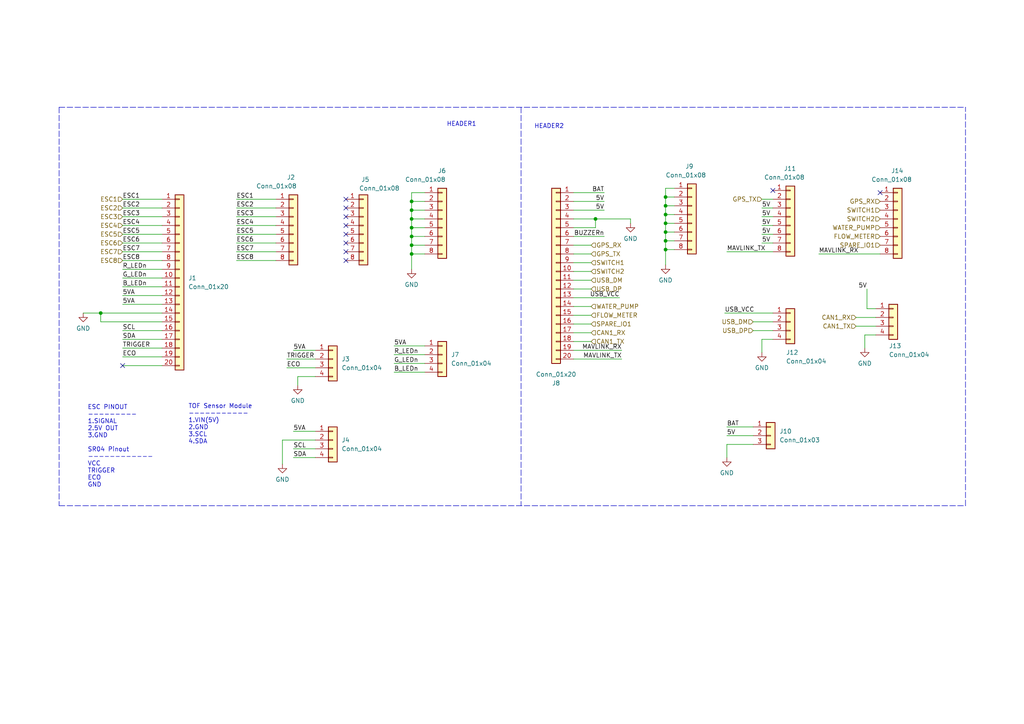
<source format=kicad_sch>
(kicad_sch (version 20211123) (generator eeschema)
  (paper "A4")
  (lib_symbols
    (symbol "Connector_Generic:Conn_01x03" (pin_names (offset 1.016) hide)
      (property "Reference" "J" (at 0 5.08 0))
      (property "Value" "Conn_01x03" (at 0 -5.08 0))
      (symbol "Conn_01x03_1_1"
        (rectangle (start -1.27 -2.413) (end 0 -2.667) (stroke (width 0.1524)))
        (rectangle (start -1.27 0.127) (end 0 -0.127) (stroke (width 0.1524)))
        (rectangle (start -1.27 2.667) (end 0 2.413) (stroke (width 0.1524)))
        (rectangle (start -1.27 3.81) (end 1.27 -3.81) (stroke (width 0.254)) (fill (type background)))
        (pin passive line (at -5.08 2.54 0) (length 3.81) (name "Pin_1") (number "1"))
        (pin passive line (at -5.08 0 0) (length 3.81) (name "Pin_2") (number "2"))
        (pin passive line (at -5.08 -2.54 0) (length 3.81) (name "Pin_3") (number "3"))
      )
    )
    (symbol "Connector_Generic:Conn_01x04" (pin_names (offset 1.016) hide)
      (property "Reference" "J" (at 0 5.08 0))
      (property "Value" "Conn_01x04" (at 0 -7.62 0))
      (symbol "Conn_01x04_1_1"
        (rectangle (start -1.27 -4.953) (end 0 -5.207) (stroke (width 0.1524)))
        (rectangle (start -1.27 -2.413) (end 0 -2.667) (stroke (width 0.1524)))
        (rectangle (start -1.27 0.127) (end 0 -0.127) (stroke (width 0.1524)))
        (rectangle (start -1.27 2.667) (end 0 2.413) (stroke (width 0.1524)))
        (rectangle (start -1.27 3.81) (end 1.27 -6.35) (stroke (width 0.254)) (fill (type background)))
        (pin passive line (at -5.08 2.54 0) (length 3.81) (name "Pin_1") (number "1"))
        (pin passive line (at -5.08 0 0) (length 3.81) (name "Pin_2") (number "2"))
        (pin passive line (at -5.08 -2.54 0) (length 3.81) (name "Pin_3") (number "3"))
        (pin passive line (at -5.08 -5.08 0) (length 3.81) (name "Pin_4") (number "4"))
      )
    )
    (symbol "Connector_Generic:Conn_01x08" (pin_names (offset 1.016) hide)
      (property "Reference" "J" (at 0 10.16 0))
      (property "Value" "Conn_01x08" (at 0 -12.7 0))
      (symbol "Conn_01x08_1_1"
        (rectangle (start -1.27 -10.033) (end 0 -10.287) (stroke (width 0.1524)))
        (rectangle (start -1.27 -7.493) (end 0 -7.747) (stroke (width 0.1524)))
        (rectangle (start -1.27 -4.953) (end 0 -5.207) (stroke (width 0.1524)))
        (rectangle (start -1.27 -2.413) (end 0 -2.667) (stroke (width 0.1524)))
        (rectangle (start -1.27 0.127) (end 0 -0.127) (stroke (width 0.1524)))
        (rectangle (start -1.27 2.667) (end 0 2.413) (stroke (width 0.1524)))
        (rectangle (start -1.27 5.207) (end 0 4.953) (stroke (width 0.1524)))
        (rectangle (start -1.27 7.747) (end 0 7.493) (stroke (width 0.1524)))
        (rectangle (start -1.27 8.89) (end 1.27 -11.43) (stroke (width 0.254)) (fill (type background)))
        (pin passive line (at -5.08 7.62 0) (length 3.81) (name "Pin_1") (number "1"))
        (pin passive line (at -5.08 5.08 0) (length 3.81) (name "Pin_2") (number "2"))
        (pin passive line (at -5.08 2.54 0) (length 3.81) (name "Pin_3") (number "3"))
        (pin passive line (at -5.08 0 0) (length 3.81) (name "Pin_4") (number "4"))
        (pin passive line (at -5.08 -2.54 0) (length 3.81) (name "Pin_5") (number "5"))
        (pin passive line (at -5.08 -5.08 0) (length 3.81) (name "Pin_6") (number "6"))
        (pin passive line (at -5.08 -7.62 0) (length 3.81) (name "Pin_7") (number "7"))
        (pin passive line (at -5.08 -10.16 0) (length 3.81) (name "Pin_8") (number "8"))
      )
    )
    (symbol "Connector_Generic:Conn_01x20" (pin_names (offset 1.016) hide)
      (property "Reference" "J" (at 0 25.4 0))
      (property "Value" "Conn_01x20" (at 0 -27.94 0))
      (symbol "Conn_01x20_1_1"
        (rectangle (start -1.27 -25.273) (end 0 -25.527) (stroke (width 0.1524)))
        (rectangle (start -1.27 -22.733) (end 0 -22.987) (stroke (width 0.1524)))
        (rectangle (start -1.27 -20.193) (end 0 -20.447) (stroke (width 0.1524)))
        (rectangle (start -1.27 -17.653) (end 0 -17.907) (stroke (width 0.1524)))
        (rectangle (start -1.27 -15.113) (end 0 -15.367) (stroke (width 0.1524)))
        (rectangle (start -1.27 -12.573) (end 0 -12.827) (stroke (width 0.1524)))
        (rectangle (start -1.27 -10.033) (end 0 -10.287) (stroke (width 0.1524)))
        (rectangle (start -1.27 -7.493) (end 0 -7.747) (stroke (width 0.1524)))
        (rectangle (start -1.27 -4.953) (end 0 -5.207) (stroke (width 0.1524)))
        (rectangle (start -1.27 -2.413) (end 0 -2.667) (stroke (width 0.1524)))
        (rectangle (start -1.27 0.127) (end 0 -0.127) (stroke (width 0.1524)))
        (rectangle (start -1.27 2.667) (end 0 2.413) (stroke (width 0.1524)))
        (rectangle (start -1.27 5.207) (end 0 4.953) (stroke (width 0.1524)))
        (rectangle (start -1.27 7.747) (end 0 7.493) (stroke (width 0.1524)))
        (rectangle (start -1.27 10.287) (end 0 10.033) (stroke (width 0.1524)))
        (rectangle (start -1.27 12.827) (end 0 12.573) (stroke (width 0.1524)))
        (rectangle (start -1.27 15.367) (end 0 15.113) (stroke (width 0.1524)))
        (rectangle (start -1.27 17.907) (end 0 17.653) (stroke (width 0.1524)))
        (rectangle (start -1.27 20.447) (end 0 20.193) (stroke (width 0.1524)))
        (rectangle (start -1.27 22.987) (end 0 22.733) (stroke (width 0.1524)))
        (rectangle (start -1.27 24.13) (end 1.27 -26.67) (stroke (width 0.254)) (fill (type background)))
        (pin passive line (at -5.08 22.86 0) (length 3.81) (name "Pin_1") (number "1"))
        (pin passive line (at -5.08 0 0) (length 3.81) (name "Pin_10") (number "10"))
        (pin passive line (at -5.08 -2.54 0) (length 3.81) (name "Pin_11") (number "11"))
        (pin passive line (at -5.08 -5.08 0) (length 3.81) (name "Pin_12") (number "12"))
        (pin passive line (at -5.08 -7.62 0) (length 3.81) (name "Pin_13") (number "13"))
        (pin passive line (at -5.08 -10.16 0) (length 3.81) (name "Pin_14") (number "14"))
        (pin passive line (at -5.08 -12.7 0) (length 3.81) (name "Pin_15") (number "15"))
        (pin passive line (at -5.08 -15.24 0) (length 3.81) (name "Pin_16") (number "16"))
        (pin passive line (at -5.08 -17.78 0) (length 3.81) (name "Pin_17") (number "17"))
        (pin passive line (at -5.08 -20.32 0) (length 3.81) (name "Pin_18") (number "18"))
        (pin passive line (at -5.08 -22.86 0) (length 3.81) (name "Pin_19") (number "19"))
        (pin passive line (at -5.08 20.32 0) (length 3.81) (name "Pin_2") (number "2"))
        (pin passive line (at -5.08 -25.4 0) (length 3.81) (name "Pin_20") (number "20"))
        (pin passive line (at -5.08 17.78 0) (length 3.81) (name "Pin_3") (number "3"))
        (pin passive line (at -5.08 15.24 0) (length 3.81) (name "Pin_4") (number "4"))
        (pin passive line (at -5.08 12.7 0) (length 3.81) (name "Pin_5") (number "5"))
        (pin passive line (at -5.08 10.16 0) (length 3.81) (name "Pin_6") (number "6"))
        (pin passive line (at -5.08 7.62 0) (length 3.81) (name "Pin_7") (number "7"))
        (pin passive line (at -5.08 5.08 0) (length 3.81) (name "Pin_8") (number "8"))
        (pin passive line (at -5.08 2.54 0) (length 3.81) (name "Pin_9") (number "9"))
      )
    )
    (symbol "power:GND" (power) (pin_names (offset 0))
      (property "Value" "GND" (at 0 -3.81 0))
      (symbol "GND_0_1"
        (polyline (pts (xy 0 0) (xy 0 -1.27) (xy 1.27 -1.27) (xy 0 -2.54) (xy -1.27 -1.27) (xy 0 -1.27)))
      )
      (symbol "GND_1_1"
        (pin power_in line (at 0 0 270) (length 0) hide (name "GND") (number "1"))
      )
    )
  )
  (junction (at 119.38 68.58))
  (junction (at 119.38 63.5))
  (junction (at 119.38 66.04))
  (junction (at 193.04 62.23))
  (junction (at 193.04 64.77))
  (junction (at 193.04 69.85))
  (junction (at 193.04 67.31))
  (junction (at 119.38 71.12))
  (junction (at 193.04 57.15))
  (junction (at 119.38 73.66))
  (junction (at 172.72 63.5))
  (junction (at 119.38 60.96))
  (junction (at 193.04 72.39))
  (junction (at 193.04 59.69))
  (junction (at 29.21 90.805))
  (junction (at 119.38 58.42))
  (no_connect (at 100.33 75.565))
  (no_connect (at 100.33 57.785))
  (no_connect (at 100.33 60.325))
  (no_connect (at 100.33 62.865))
  (no_connect (at 100.33 65.405))
  (no_connect (at 100.33 67.945))
  (no_connect (at 100.33 70.485))
  (no_connect (at 100.33 73.025))
  (no_connect (at 35.56 106.045))
  (no_connect (at 255.27 55.88))
  (no_connect (at 224.155 55.245))
  (wire (pts (xy 35.56 67.945) (xy 46.99 67.945)))
  (wire (pts (xy 166.37 88.9) (xy 171.45 88.9)))
  (wire (pts (xy 29.21 90.805) (xy 46.99 90.805)))
  (wire (pts (xy 193.04 72.39) (xy 193.04 76.835)))
  (wire (pts (xy 166.37 83.82) (xy 171.45 83.82)))
  (wire (pts (xy 220.98 67.945) (xy 224.155 67.945)))
  (wire (pts (xy 119.38 66.04) (xy 123.19 66.04)))
  (wire (pts (xy 85.09 125.095) (xy 91.44 125.095)))
  (wire (pts (xy 248.285 92.075) (xy 254 92.075)))
  (wire (pts (xy 119.38 68.58) (xy 123.19 68.58)))
  (wire (pts (xy 83.185 104.14) (xy 91.44 104.14)))
  (wire (pts (xy 210.82 73.025) (xy 224.155 73.025)))
  (wire (pts (xy 35.56 80.645) (xy 46.99 80.645)))
  (wire (pts (xy 86.36 109.22) (xy 86.36 111.76)))
  (wire (pts (xy 193.04 67.31) (xy 195.58 67.31)))
  (wire (pts (xy 166.37 76.2) (xy 171.45 76.2)))
  (wire (pts (xy 254 97.155) (xy 250.825 97.155)))
  (wire (pts (xy 166.37 60.96) (xy 175.26 60.96)))
  (wire (pts (xy 193.04 62.23) (xy 195.58 62.23)))
  (wire (pts (xy 193.04 69.85) (xy 195.58 69.85)))
  (wire (pts (xy 119.38 60.96) (xy 119.38 63.5)))
  (wire (pts (xy 114.3 105.41) (xy 123.19 105.41)))
  (wire (pts (xy 166.37 93.98) (xy 171.45 93.98)))
  (wire (pts (xy 166.37 63.5) (xy 172.72 63.5)))
  (wire (pts (xy 220.98 98.425) (xy 220.98 102.235)))
  (wire (pts (xy 35.56 95.885) (xy 46.99 95.885)))
  (wire (pts (xy 166.37 86.36) (xy 179.705 86.36)))
  (wire (pts (xy 119.38 73.66) (xy 119.38 78.105)))
  (wire (pts (xy 35.56 85.725) (xy 46.99 85.725)))
  (wire (pts (xy 210.82 123.825) (xy 218.44 123.825)))
  (wire (pts (xy 193.04 59.69) (xy 195.58 59.69)))
  (wire (pts (xy 81.915 127.635) (xy 81.915 134.62)))
  (wire (pts (xy 35.56 57.785) (xy 46.99 57.785)))
  (wire (pts (xy 166.37 55.88) (xy 175.26 55.88)))
  (wire (pts (xy 218.44 95.885) (xy 224.155 95.885)))
  (wire (pts (xy 220.98 60.325) (xy 224.155 60.325)))
  (wire (pts (xy 210.82 128.905) (xy 210.82 132.715)))
  (wire (pts (xy 29.21 90.805) (xy 29.21 93.345)))
  (wire (pts (xy 210.82 128.905) (xy 218.44 128.905)))
  (wire (pts (xy 172.72 66.04) (xy 172.72 63.5)))
  (wire (pts (xy 166.37 78.74) (xy 171.45 78.74)))
  (wire (pts (xy 114.3 102.87) (xy 123.19 102.87)))
  (wire (pts (xy 91.44 109.22) (xy 86.36 109.22)))
  (wire (pts (xy 251.46 83.82) (xy 251.46 89.535)))
  (wire (pts (xy 85.09 130.175) (xy 91.44 130.175)))
  (wire (pts (xy 35.56 62.865) (xy 46.99 62.865)))
  (wire (pts (xy 166.37 104.14) (xy 180.34 104.14)))
  (polyline (pts (xy 17.145 31.115) (xy 280.035 31.115)))
  (wire (pts (xy 35.56 70.485) (xy 46.99 70.485)))
  (wire (pts (xy 193.04 64.77) (xy 193.04 67.31)))
  (wire (pts (xy 250.825 97.155) (xy 250.825 100.965)))
  (polyline (pts (xy 151.13 31.115) (xy 151.13 146.685)))
  (wire (pts (xy 166.37 66.04) (xy 172.72 66.04)))
  (wire (pts (xy 68.58 73.025) (xy 80.01 73.025)))
  (wire (pts (xy 166.37 73.66) (xy 171.45 73.66)))
  (wire (pts (xy 166.37 71.12) (xy 171.45 71.12)))
  (wire (pts (xy 193.04 72.39) (xy 195.58 72.39)))
  (wire (pts (xy 193.04 64.77) (xy 195.58 64.77)))
  (polyline (pts (xy 280.035 146.685) (xy 280.035 31.115)))
  (wire (pts (xy 119.38 63.5) (xy 119.38 66.04)))
  (wire (pts (xy 119.38 71.12) (xy 119.38 73.66)))
  (wire (pts (xy 166.37 68.58) (xy 175.26 68.58)))
  (wire (pts (xy 119.38 68.58) (xy 119.38 71.12)))
  (wire (pts (xy 166.37 91.44) (xy 171.45 91.44)))
  (wire (pts (xy 68.58 57.785) (xy 80.01 57.785)))
  (wire (pts (xy 35.56 73.025) (xy 46.99 73.025)))
  (wire (pts (xy 35.56 88.265) (xy 46.99 88.265)))
  (wire (pts (xy 119.38 71.12) (xy 123.19 71.12)))
  (wire (pts (xy 35.56 60.325) (xy 46.99 60.325)))
  (wire (pts (xy 81.915 127.635) (xy 91.44 127.635)))
  (wire (pts (xy 35.56 65.405) (xy 46.99 65.405)))
  (wire (pts (xy 119.38 58.42) (xy 123.19 58.42)))
  (wire (pts (xy 224.155 98.425) (xy 220.98 98.425)))
  (wire (pts (xy 193.04 69.85) (xy 193.04 72.39)))
  (wire (pts (xy 35.56 78.105) (xy 46.99 78.105)))
  (wire (pts (xy 210.82 126.365) (xy 218.44 126.365)))
  (wire (pts (xy 24.13 90.805) (xy 29.21 90.805)))
  (wire (pts (xy 193.04 59.69) (xy 193.04 62.23)))
  (wire (pts (xy 35.56 106.045) (xy 46.99 106.045)))
  (wire (pts (xy 35.56 103.505) (xy 46.99 103.505)))
  (wire (pts (xy 220.98 70.485) (xy 224.155 70.485)))
  (wire (pts (xy 35.56 75.565) (xy 46.99 75.565)))
  (wire (pts (xy 119.38 60.96) (xy 123.19 60.96)))
  (wire (pts (xy 182.88 63.5) (xy 182.88 64.77)))
  (wire (pts (xy 68.58 62.865) (xy 80.01 62.865)))
  (wire (pts (xy 193.04 54.61) (xy 193.04 57.15)))
  (wire (pts (xy 29.21 93.345) (xy 46.99 93.345)))
  (wire (pts (xy 85.09 132.715) (xy 91.44 132.715)))
  (wire (pts (xy 68.58 75.565) (xy 80.01 75.565)))
  (polyline (pts (xy 17.145 146.685) (xy 280.035 146.685)))
  (wire (pts (xy 114.3 107.95) (xy 123.19 107.95)))
  (wire (pts (xy 237.49 73.66) (xy 255.27 73.66)))
  (wire (pts (xy 123.19 55.88) (xy 119.38 55.88)))
  (wire (pts (xy 220.98 65.405) (xy 224.155 65.405)))
  (wire (pts (xy 83.185 106.68) (xy 91.44 106.68)))
  (wire (pts (xy 35.56 98.425) (xy 46.99 98.425)))
  (wire (pts (xy 172.72 63.5) (xy 182.88 63.5)))
  (wire (pts (xy 119.38 63.5) (xy 123.19 63.5)))
  (wire (pts (xy 119.38 66.04) (xy 119.38 68.58)))
  (wire (pts (xy 193.04 67.31) (xy 193.04 69.85)))
  (wire (pts (xy 193.04 57.15) (xy 193.04 59.69)))
  (wire (pts (xy 220.98 57.785) (xy 224.155 57.785)))
  (wire (pts (xy 193.04 57.15) (xy 195.58 57.15)))
  (wire (pts (xy 166.37 81.28) (xy 171.45 81.28)))
  (wire (pts (xy 210.185 90.805) (xy 224.155 90.805)))
  (wire (pts (xy 166.37 58.42) (xy 175.26 58.42)))
  (wire (pts (xy 35.56 83.185) (xy 46.99 83.185)))
  (wire (pts (xy 68.58 60.325) (xy 80.01 60.325)))
  (wire (pts (xy 68.58 65.405) (xy 80.01 65.405)))
  (wire (pts (xy 166.37 99.06) (xy 171.45 99.06)))
  (wire (pts (xy 119.38 73.66) (xy 123.19 73.66)))
  (wire (pts (xy 220.98 62.865) (xy 224.155 62.865)))
  (wire (pts (xy 119.38 58.42) (xy 119.38 60.96)))
  (wire (pts (xy 68.58 70.485) (xy 80.01 70.485)))
  (wire (pts (xy 68.58 67.945) (xy 80.01 67.945)))
  (polyline (pts (xy 17.145 31.115) (xy 17.145 146.685)))
  (wire (pts (xy 248.285 94.615) (xy 254 94.615)))
  (wire (pts (xy 166.37 96.52) (xy 171.45 96.52)))
  (wire (pts (xy 218.44 93.345) (xy 224.155 93.345)))
  (wire (pts (xy 195.58 54.61) (xy 193.04 54.61)))
  (wire (pts (xy 254 89.535) (xy 251.46 89.535)))
  (wire (pts (xy 114.3 100.33) (xy 123.19 100.33)))
  (wire (pts (xy 119.38 55.88) (xy 119.38 58.42)))
  (wire (pts (xy 35.56 100.965) (xy 46.99 100.965)))
  (wire (pts (xy 193.04 62.23) (xy 193.04 64.77)))
  (wire (pts (xy 85.09 101.6) (xy 91.44 101.6)))
  (wire (pts (xy 166.37 101.6) (xy 180.34 101.6)))
  (text "HEADER2\n" (at 154.94 37.465 0) (effects (font (size 1.27 1.27)) (justify left bottom)))
  (text "ESC PINOUT\n---------\n1.SIGNAL\n2.5V OUT\n3.GND\n\nSR04 Pinout\n------------\nVCC\nTRIGGER\nECO\nGND\n\n" (at 25.4 143.51 0) (effects (font (size 1.27 1.27)) (justify left bottom)))
  (text "HEADER1" (at 129.54 36.83 0) (effects (font (size 1.27 1.27)) (justify left bottom)))
  (text "TOF Sensor Module\n-----------\n1.VIN(5V)\n2.GND\n3.SCL\n4.SDA" (at 54.61 128.905 0) (effects (font (size 1.27 1.27)) (justify left bottom)))
  (label "5V" (at 220.98 70.485 0))
  (label "ECO" (at 83.185 106.68 0))
  (label "SCL" (at 85.09 130.175 0))
  (label "5VA" (at 35.56 85.725 0))
  (label "SCL" (at 35.56 95.885 0))
  (label "MAVLINK_TX" (at 180.34 104.14 180))
  (label "ESC2" (at 35.56 60.325 0))
  (label "G_LEDn" (at 35.56 80.645 0))
  (label "5VA" (at 35.56 88.265 0))
  (label "MAVLINK_TX" (at 210.82 73.025 0))
  (label "5V" (at 175.26 60.96 180))
  (label "TRIGGER" (at 83.185 104.14 0))
  (label "ESC8" (at 35.56 75.565 0))
  (label "SDA" (at 35.56 98.425 0))
  (label "ESC6" (at 35.56 70.485 0))
  (label "5V" (at 220.98 60.325 0))
  (label "5VA" (at 85.09 101.6 0))
  (label "G_LEDn" (at 114.3 105.41 0))
  (label "TRIGGER" (at 35.56 100.965 0))
  (label "ECO" (at 35.56 103.505 0))
  (label "R_LEDn" (at 35.56 78.105 0))
  (label "MAVLINK_RX" (at 180.34 101.6 180))
  (label "B_LEDn" (at 35.56 83.185 0))
  (label "5V" (at 220.98 62.865 0))
  (label "SDA" (at 85.09 132.715 0))
  (label "ESC1" (at 35.56 57.785 0))
  (label "ESC7" (at 68.58 73.025 0))
  (label "ESC6" (at 68.58 70.485 0))
  (label "ESC5" (at 35.56 67.945 0))
  (label "USB_VCC" (at 210.185 90.805 0))
  (label "5VA" (at 114.3 100.33 0))
  (label "MAVLINK_RX" (at 237.49 73.66 0))
  (label "ESC8" (at 68.58 75.565 0))
  (label "USB_VCC" (at 179.705 86.36 180))
  (label "5V" (at 210.82 126.365 0))
  (label "5VA" (at 85.09 125.095 0))
  (label "ESC3" (at 35.56 62.865 0))
  (label "ESC4" (at 68.58 65.405 0))
  (label "BAT" (at 210.82 123.825 0))
  (label "ESC7" (at 35.56 73.025 0))
  (label "ESC3" (at 68.58 62.865 0))
  (label "5V" (at 251.46 83.82 180))
  (label "ESC2" (at 68.58 60.325 0))
  (label "B_LEDn" (at 114.3 107.95 0))
  (label "BAT" (at 175.26 55.88 180))
  (label "5V" (at 175.26 58.42 180))
  (label "5V" (at 220.98 65.405 0))
  (label "5V" (at 220.98 67.945 0))
  (label "BUZZERn" (at 175.26 68.58 180))
  (label "ESC1" (at 68.58 57.785 0))
  (label "ESC4" (at 35.56 65.405 0))
  (label "R_LEDn" (at 114.3 102.87 0))
  (label "ESC5" (at 68.58 67.945 0))
  (hierarchical_label "CAN1_RX" (shape input) (at 248.285 92.075 180))
  (hierarchical_label "WATER_PUMP" (shape input) (at 171.45 88.9 0))
  (hierarchical_label "USB_DP" (shape input) (at 171.45 83.82 0))
  (hierarchical_label "ESC8" (shape input) (at 35.56 75.565 180))
  (hierarchical_label "ESC7" (shape input) (at 35.56 73.025 180))
  (hierarchical_label "CAN1_TX" (shape input) (at 171.45 99.06 0))
  (hierarchical_label "USB_DM" (shape input) (at 171.45 81.28 0))
  (hierarchical_label "GPS_TX" (shape input) (at 171.45 73.66 0))
  (hierarchical_label "SWITCH2" (shape input) (at 255.27 63.5 180))
  (hierarchical_label "SWITCH1" (shape input) (at 171.45 76.2 0))
  (hierarchical_label "WATER_PUMP" (shape input) (at 255.27 66.04 180))
  (hierarchical_label "ESC2" (shape input) (at 35.56 60.325 180))
  (hierarchical_label "SPARE_IO1" (shape input) (at 171.45 93.98 0))
  (hierarchical_label "ESC4" (shape input) (at 35.56 65.405 180))
  (hierarchical_label "SWITCH2" (shape input) (at 171.45 78.74 0))
  (hierarchical_label "SPARE_IO1" (shape input) (at 255.27 71.12 180))
  (hierarchical_label "ESC3" (shape input) (at 35.56 62.865 180))
  (hierarchical_label "CAN1_RX" (shape input) (at 171.45 96.52 0))
  (hierarchical_label "USB_DP" (shape input) (at 218.44 95.885 180))
  (hierarchical_label "GPS_RX" (shape input) (at 171.45 71.12 0))
  (hierarchical_label "SWITCH1" (shape input) (at 255.27 60.96 180))
  (hierarchical_label "FLOW_METER" (shape input) (at 255.27 68.58 180))
  (hierarchical_label "GPS_TX" (shape input) (at 220.98 57.785 180))
  (hierarchical_label "FLOW_METER" (shape input) (at 171.45 91.44 0))
  (hierarchical_label "ESC6" (shape input) (at 35.56 70.485 180))
  (hierarchical_label "USB_DM" (shape input) (at 218.44 93.345 180))
  (hierarchical_label "ESC1" (shape input) (at 35.56 57.785 180))
  (hierarchical_label "GPS_RX" (shape input) (at 255.27 58.42 180))
  (hierarchical_label "CAN1_TX" (shape input) (at 248.285 94.615 180))
  (hierarchical_label "ESC5" (shape input) (at 35.56 67.945 180))
  (symbol (lib_id "Connector_Generic:Conn_01x04") (at 96.52 127.635 0) (unit 1)
    (property "Reference" "J4" (at 99.06 127.6349 0) (effects (justify left)))
    (property "Value" "Conn_01x04" (at 99.06 130.1749 0) (effects (justify left)))
    (property "Footprint" "Connector_PinHeader_2.54mm:PinHeader_1x04_P2.54mm_Vertical" (effects hide))
  )
  (symbol (lib_id "Connector_Generic:Conn_01x08") (at 85.09 65.405 0) (unit 1)
    (property "Reference" "J2" (at 83.185 51.435 0) (effects (justify left)))
    (property "Value" "Conn_01x08" (at 74.295 53.975 0) (effects (justify left)))
    (property "Footprint" "Connector_PinHeader_2.54mm:PinHeader_1x08_P2.54mm_Vertical" (effects hide))
  )
  (symbol (lib_id "Connector_Generic:Conn_01x04") (at 128.27 102.87 0) (unit 1)
    (property "Reference" "J7" (at 130.81 102.8699 0) (effects (justify left)))
    (property "Value" "Conn_01x04" (at 130.81 105.4099 0) (effects (justify left)))
    (property "Footprint" "Connector_PinHeader_2.54mm:PinHeader_1x04_P2.54mm_Vertical" (effects hide))
  )
  (symbol (lib_id "power:GND") (at 210.82 132.715 0) (unit 1)
    (property "Reference" "#PWR07" (effects hide))
    (property "Value" "GND" (at 210.82 137.16 0))
  )
  (symbol (lib_id "power:GND") (at 81.915 134.62 0) (unit 1)
    (property "Reference" "#PWR02" (effects hide))
    (property "Value" "GND" (at 81.915 139.065 0))
  )
  (symbol (lib_id "Connector_Generic:Conn_01x20") (at 161.29 78.74 0) (mirror y) (unit 1)
    (property "Reference" "J8" (at 161.29 111.125 0))
    (property "Value" "Conn_01x20" (at 161.29 108.585 0))
    (property "Footprint" "Connector_PinHeader_2.00mm:PinHeader_1x20_P2.00mm_Vertical" (effects hide))
  )
  (symbol (lib_id "Connector_Generic:Conn_01x04") (at 259.08 92.075 0) (unit 1)
    (property "Reference" "J13" (at 257.81 100.33 0) (effects (justify left)))
    (property "Value" "Conn_01x04" (at 257.81 102.87 0) (effects (justify left)))
    (property "Footprint" "Connector_PinHeader_2.54mm:PinHeader_1x04_P2.54mm_Vertical" (effects hide))
  )
  (symbol (lib_id "Connector_Generic:Conn_01x08") (at 200.66 62.23 0) (unit 1)
    (property "Reference" "J9" (at 198.755 48.26 0) (effects (justify left)))
    (property "Value" "Conn_01x08" (at 193.04 50.8 0) (effects (justify left)))
    (property "Footprint" "Connector_PinHeader_2.54mm:PinHeader_1x08_P2.54mm_Vertical" (effects hide))
  )
  (symbol (lib_id "Connector_Generic:Conn_01x04") (at 229.235 93.345 0) (unit 1)
    (property "Reference" "J12" (at 227.965 102.235 0) (effects (justify left)))
    (property "Value" "Conn_01x04" (at 227.965 104.775 0) (effects (justify left)))
    (property "Footprint" "Connector_PinHeader_2.54mm:PinHeader_1x04_P2.54mm_Vertical" (effects hide))
  )
  (symbol (lib_id "Connector_Generic:Conn_01x08") (at 128.27 63.5 0) (unit 1)
    (property "Reference" "J6" (at 127 49.53 0) (effects (justify left)))
    (property "Value" "Conn_01x08" (at 117.475 52.07 0) (effects (justify left)))
    (property "Footprint" "Connector_PinHeader_2.54mm:PinHeader_1x08_P2.54mm_Vertical" (effects hide))
  )
  (symbol (lib_id "power:GND") (at 24.13 90.805 0) (unit 1)
    (property "Reference" "#PWR01" (effects hide))
    (property "Value" "GND" (at 24.13 95.25 0))
  )
  (symbol (lib_id "Connector_Generic:Conn_01x03") (at 223.52 126.365 0) (unit 1)
    (property "Reference" "J10" (at 226.06 125.0949 0) (effects (justify left)))
    (property "Value" "Conn_01x03" (at 226.06 127.6349 0) (effects (justify left)))
    (property "Footprint" "Connector_JST:JST_EH_B3B-EH-A_1x03_P2.50mm_Vertical" (effects hide))
  )
  (symbol (lib_id "Connector_Generic:Conn_01x08") (at 260.35 63.5 0) (unit 1)
    (property "Reference" "J14" (at 258.445 49.53 0) (effects (justify left)))
    (property "Value" "Conn_01x08" (at 252.73 52.07 0) (effects (justify left)))
    (property "Footprint" "Connector_PinHeader_2.54mm:PinHeader_1x08_P2.54mm_Vertical" (effects hide))
  )
  (symbol (lib_id "power:GND") (at 119.38 78.105 0) (unit 1)
    (property "Reference" "#PWR04" (effects hide))
    (property "Value" "GND" (at 119.38 82.55 0))
  )
  (symbol (lib_id "Connector_Generic:Conn_01x20") (at 52.07 80.645 0) (unit 1)
    (property "Reference" "J1" (at 54.61 80.6449 0) (effects (justify left)))
    (property "Value" "Conn_01x20" (at 54.61 83.1849 0) (effects (justify left)))
    (property "Footprint" "Connector_PinSocket_2.00mm:PinSocket_1x20_P2.00mm_Vertical" (effects hide))
  )
  (symbol (lib_id "Connector_Generic:Conn_01x04") (at 96.52 104.14 0) (unit 1)
    (property "Reference" "J3" (at 99.06 104.1399 0) (effects (justify left)))
    (property "Value" "Conn_01x04" (at 99.06 106.6799 0) (effects (justify left)))
    (property "Footprint" "Connector_PinHeader_2.54mm:PinHeader_1x04_P2.54mm_Vertical" (effects hide))
  )
  (symbol (lib_id "power:GND") (at 193.04 76.835 0) (unit 1)
    (property "Reference" "#PWR06" (effects hide))
    (property "Value" "GND" (at 193.04 81.28 0))
  )
  (symbol (lib_id "power:GND") (at 86.36 111.76 0) (unit 1)
    (property "Reference" "#PWR03" (effects hide))
    (property "Value" "GND" (at 86.36 116.205 0))
  )
  (symbol (lib_id "power:GND") (at 220.98 102.235 0) (unit 1)
    (property "Reference" "#PWR08" (effects hide))
    (property "Value" "GND" (at 220.98 106.68 0))
  )
  (symbol (lib_id "Connector_Generic:Conn_01x08") (at 105.41 65.405 0) (unit 1)
    (property "Reference" "J5" (at 104.775 52.07 0) (effects (justify left)))
    (property "Value" "Conn_01x08" (at 104.14 54.61 0) (effects (justify left)))
    (property "Footprint" "Connector_PinHeader_2.54mm:PinHeader_1x08_P2.54mm_Vertical" (effects hide))
  )
  (symbol (lib_id "power:GND") (at 250.825 100.965 0) (unit 1)
    (property "Reference" "#PWR09" (effects hide))
    (property "Value" "GND" (at 250.825 105.41 0))
  )
  (symbol (lib_id "Connector_Generic:Conn_01x08") (at 229.235 62.865 0) (unit 1)
    (property "Reference" "J11" (at 227.33 48.895 0) (effects (justify left)))
    (property "Value" "Conn_01x08" (at 221.615 51.435 0) (effects (justify left)))
    (property "Footprint" "Connector_PinHeader_2.54mm:PinHeader_1x08_P2.54mm_Vertical" (effects hide))
  )
  (symbol (lib_id "power:GND") (at 182.88 64.77 0) (unit 1)
    (property "Reference" "#PWR05" (effects hide))
    (property "Value" "GND" (at 182.88 69.215 0))
  )
)
</source>
